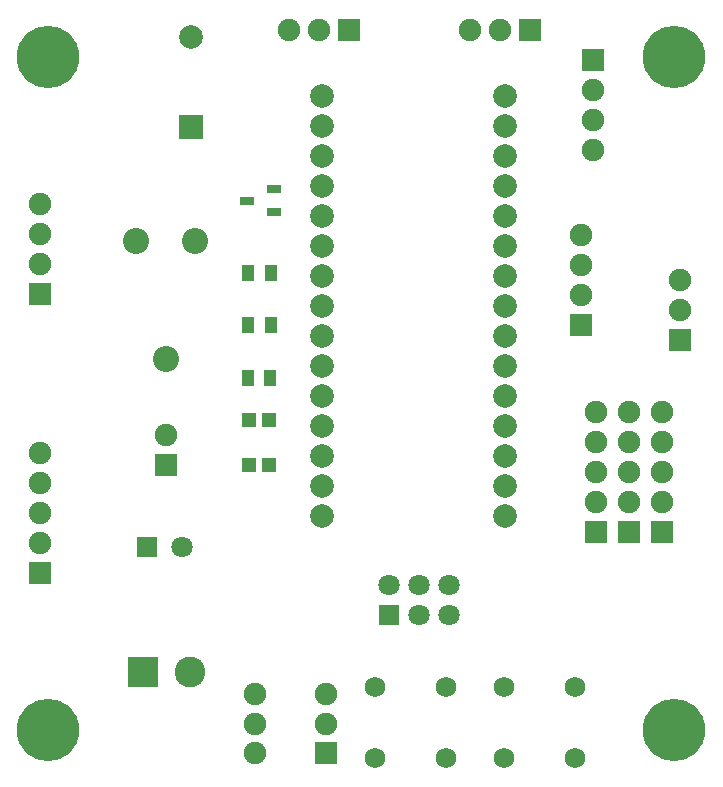
<source format=gts>
G04*
G04 #@! TF.GenerationSoftware,Altium Limited,Altium Designer,20.0.2 (26)*
G04*
G04 Layer_Color=8388736*
%FSLAX24Y24*%
%MOIN*%
G70*
G01*
G75*
%ADD19R,0.0513X0.0474*%
%ADD20R,0.0474X0.0257*%
%ADD21R,0.0430X0.0580*%
%ADD22C,0.0789*%
%ADD23C,0.2080*%
%ADD24C,0.0680*%
%ADD25C,0.0867*%
%ADD26R,0.0789X0.0789*%
%ADD27C,0.0749*%
%ADD28R,0.0749X0.0749*%
%ADD29R,0.0749X0.0749*%
%ADD30C,0.0710*%
%ADD31R,0.0710X0.0710*%
%ADD32R,0.1025X0.1025*%
%ADD33C,0.1025*%
D19*
X25115Y32200D02*
D03*
X25785D02*
D03*
X25785Y30700D02*
D03*
X25115D02*
D03*
D20*
X25057Y39500D02*
D03*
X25950Y39874D02*
D03*
Y39126D02*
D03*
D21*
X25850Y37100D02*
D03*
X25102D02*
D03*
X25850Y35350D02*
D03*
X25102D02*
D03*
X25824Y33600D02*
D03*
X25076D02*
D03*
D22*
X33650Y29000D02*
D03*
Y30000D02*
D03*
Y31000D02*
D03*
Y32000D02*
D03*
Y33000D02*
D03*
Y34000D02*
D03*
Y35000D02*
D03*
Y36000D02*
D03*
Y37000D02*
D03*
Y38000D02*
D03*
Y39000D02*
D03*
Y40000D02*
D03*
Y41000D02*
D03*
Y42000D02*
D03*
Y43000D02*
D03*
X27548Y29000D02*
D03*
Y30000D02*
D03*
Y31000D02*
D03*
Y32000D02*
D03*
Y33000D02*
D03*
Y34000D02*
D03*
Y35000D02*
D03*
Y36000D02*
D03*
Y37000D02*
D03*
Y38000D02*
D03*
Y39000D02*
D03*
Y40000D02*
D03*
Y41000D02*
D03*
Y42000D02*
D03*
Y43000D02*
D03*
X23196Y44942D02*
D03*
D23*
X39300Y44291D02*
D03*
X18434Y21850D02*
D03*
X39300D02*
D03*
X18434Y44291D02*
D03*
D24*
X29319Y20919D02*
D03*
X31681D02*
D03*
X29319Y23281D02*
D03*
X31681D02*
D03*
X33619Y20919D02*
D03*
X35981D02*
D03*
X33619Y23281D02*
D03*
X35981D02*
D03*
D25*
X23334Y38168D02*
D03*
X22350Y34232D02*
D03*
X21366Y38168D02*
D03*
D26*
X23196Y41950D02*
D03*
D27*
X36580Y41200D02*
D03*
Y42200D02*
D03*
Y43200D02*
D03*
X36200Y38350D02*
D03*
Y37350D02*
D03*
Y36350D02*
D03*
X38900Y32450D02*
D03*
Y31450D02*
D03*
Y30450D02*
D03*
Y29450D02*
D03*
X37800Y32450D02*
D03*
Y31450D02*
D03*
Y30450D02*
D03*
Y29450D02*
D03*
X36700Y32450D02*
D03*
Y31450D02*
D03*
Y30450D02*
D03*
Y29450D02*
D03*
X32500Y45200D02*
D03*
X33500D02*
D03*
X26450Y45200D02*
D03*
X27450D02*
D03*
X27681Y23055D02*
D03*
Y22070D02*
D03*
X25319Y23055D02*
D03*
Y22070D02*
D03*
Y21086D02*
D03*
X39500Y36859D02*
D03*
Y35859D02*
D03*
X18150Y28100D02*
D03*
Y29100D02*
D03*
Y30100D02*
D03*
Y31100D02*
D03*
Y37400D02*
D03*
Y38400D02*
D03*
Y39400D02*
D03*
X22350Y31700D02*
D03*
D28*
X36580Y44200D02*
D03*
X36200Y35350D02*
D03*
X34500Y45200D02*
D03*
X28450Y45200D02*
D03*
X27681Y21086D02*
D03*
X18150Y27100D02*
D03*
Y36400D02*
D03*
X22350Y30700D02*
D03*
D29*
X38900Y28450D02*
D03*
X37800D02*
D03*
X36700D02*
D03*
X39500Y34859D02*
D03*
D30*
X31800Y26700D02*
D03*
Y25700D02*
D03*
X30800Y26700D02*
D03*
Y25700D02*
D03*
X29800Y26700D02*
D03*
X22891Y27950D02*
D03*
D31*
X29800Y25700D02*
D03*
X21709Y27950D02*
D03*
D32*
X21600Y23800D02*
D03*
D33*
X23159D02*
D03*
M02*

</source>
